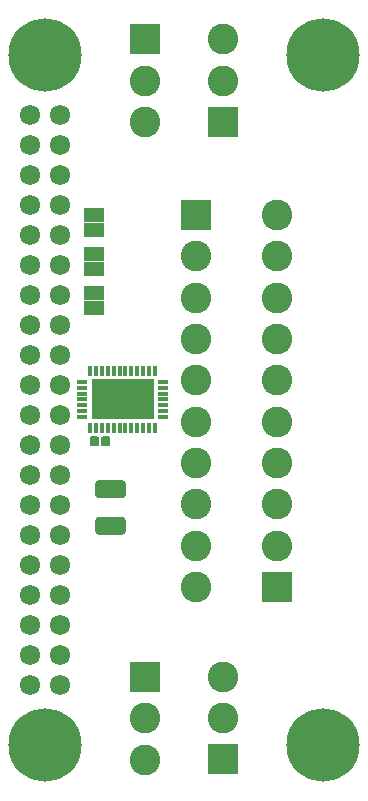
<source format=gbs>
G04 #@! TF.GenerationSoftware,KiCad,Pcbnew,(5.0.0)*
G04 #@! TF.CreationDate,2018-11-05T10:44:16+00:00*
G04 #@! TF.ProjectId,analog,616E616C6F672E6B696361645F706362,rev?*
G04 #@! TF.SameCoordinates,Original*
G04 #@! TF.FileFunction,Soldermask,Bot*
G04 #@! TF.FilePolarity,Negative*
%FSLAX46Y46*%
G04 Gerber Fmt 4.6, Leading zero omitted, Abs format (unit mm)*
G04 Created by KiCad (PCBNEW (5.0.0)) date 11/05/18 10:44:16*
%MOMM*%
%LPD*%
G01*
G04 APERTURE LIST*
%ADD10C,6.200000*%
%ADD11C,1.724000*%
%ADD12R,1.700000X1.200000*%
%ADD13C,0.100000*%
%ADD14C,1.525000*%
%ADD15C,2.600000*%
%ADD16R,2.600000X2.600000*%
%ADD17C,0.790000*%
%ADD18R,0.450000X0.900000*%
%ADD19R,0.900000X0.450000*%
%ADD20R,5.350000X3.350000*%
G04 APERTURE END LIST*
D10*
G04 #@! TO.C,U1*
X148665001Y-85800001D03*
X148665001Y-144220001D03*
X125170001Y-85800001D03*
X125170001Y-144220001D03*
D11*
X123900001Y-90880001D03*
X126440001Y-90880001D03*
X123900001Y-93420001D03*
X126440001Y-93420001D03*
X123900001Y-95960001D03*
X126440001Y-95960001D03*
X123900001Y-98500001D03*
X126440001Y-98500001D03*
X123900001Y-101040001D03*
X126440001Y-101040001D03*
X123900001Y-103580001D03*
X126440001Y-103580001D03*
X123900001Y-106120001D03*
X126440001Y-106120001D03*
X123900001Y-108660001D03*
X126440001Y-108660001D03*
X123900001Y-111200001D03*
X126440001Y-111200001D03*
X123900001Y-113740001D03*
X126440001Y-113740001D03*
X123900001Y-116280001D03*
X126440001Y-116280001D03*
X123900001Y-118820001D03*
X126440001Y-118820001D03*
X123900001Y-121360001D03*
X126440001Y-121360001D03*
X123900001Y-123900001D03*
X126440001Y-123900001D03*
X123900001Y-126440001D03*
X126440001Y-126440001D03*
X123900001Y-128980001D03*
X126440001Y-128980001D03*
X123900001Y-131520001D03*
X126440001Y-131520001D03*
X123900001Y-134060001D03*
X126440001Y-134060001D03*
X123900001Y-136600001D03*
X126440001Y-136600001D03*
X123900001Y-139140001D03*
X126440001Y-139140001D03*
G04 #@! TD*
D12*
G04 #@! TO.C,JP3*
X129286000Y-100614000D03*
X129286000Y-99314000D03*
G04 #@! TD*
D13*
G04 #@! TO.C,C2*
G36*
X131698468Y-124855386D02*
X131726399Y-124859529D01*
X131753790Y-124866390D01*
X131780376Y-124875903D01*
X131805902Y-124887975D01*
X131830122Y-124902492D01*
X131852802Y-124919313D01*
X131873724Y-124938276D01*
X131892687Y-124959198D01*
X131909508Y-124981878D01*
X131924025Y-125006098D01*
X131936097Y-125031624D01*
X131945610Y-125058210D01*
X131952471Y-125085601D01*
X131956614Y-125113532D01*
X131958000Y-125141735D01*
X131958000Y-126091265D01*
X131956614Y-126119468D01*
X131952471Y-126147399D01*
X131945610Y-126174790D01*
X131936097Y-126201376D01*
X131924025Y-126226902D01*
X131909508Y-126251122D01*
X131892687Y-126273802D01*
X131873724Y-126294724D01*
X131852802Y-126313687D01*
X131830122Y-126330508D01*
X131805902Y-126345025D01*
X131780376Y-126357097D01*
X131753790Y-126366610D01*
X131726399Y-126373471D01*
X131698468Y-126377614D01*
X131670265Y-126379000D01*
X129695735Y-126379000D01*
X129667532Y-126377614D01*
X129639601Y-126373471D01*
X129612210Y-126366610D01*
X129585624Y-126357097D01*
X129560098Y-126345025D01*
X129535878Y-126330508D01*
X129513198Y-126313687D01*
X129492276Y-126294724D01*
X129473313Y-126273802D01*
X129456492Y-126251122D01*
X129441975Y-126226902D01*
X129429903Y-126201376D01*
X129420390Y-126174790D01*
X129413529Y-126147399D01*
X129409386Y-126119468D01*
X129408000Y-126091265D01*
X129408000Y-125141735D01*
X129409386Y-125113532D01*
X129413529Y-125085601D01*
X129420390Y-125058210D01*
X129429903Y-125031624D01*
X129441975Y-125006098D01*
X129456492Y-124981878D01*
X129473313Y-124959198D01*
X129492276Y-124938276D01*
X129513198Y-124919313D01*
X129535878Y-124902492D01*
X129560098Y-124887975D01*
X129585624Y-124875903D01*
X129612210Y-124866390D01*
X129639601Y-124859529D01*
X129667532Y-124855386D01*
X129695735Y-124854000D01*
X131670265Y-124854000D01*
X131698468Y-124855386D01*
X131698468Y-124855386D01*
G37*
D14*
X130683000Y-125616500D03*
D13*
G36*
X131698468Y-121780386D02*
X131726399Y-121784529D01*
X131753790Y-121791390D01*
X131780376Y-121800903D01*
X131805902Y-121812975D01*
X131830122Y-121827492D01*
X131852802Y-121844313D01*
X131873724Y-121863276D01*
X131892687Y-121884198D01*
X131909508Y-121906878D01*
X131924025Y-121931098D01*
X131936097Y-121956624D01*
X131945610Y-121983210D01*
X131952471Y-122010601D01*
X131956614Y-122038532D01*
X131958000Y-122066735D01*
X131958000Y-123016265D01*
X131956614Y-123044468D01*
X131952471Y-123072399D01*
X131945610Y-123099790D01*
X131936097Y-123126376D01*
X131924025Y-123151902D01*
X131909508Y-123176122D01*
X131892687Y-123198802D01*
X131873724Y-123219724D01*
X131852802Y-123238687D01*
X131830122Y-123255508D01*
X131805902Y-123270025D01*
X131780376Y-123282097D01*
X131753790Y-123291610D01*
X131726399Y-123298471D01*
X131698468Y-123302614D01*
X131670265Y-123304000D01*
X129695735Y-123304000D01*
X129667532Y-123302614D01*
X129639601Y-123298471D01*
X129612210Y-123291610D01*
X129585624Y-123282097D01*
X129560098Y-123270025D01*
X129535878Y-123255508D01*
X129513198Y-123238687D01*
X129492276Y-123219724D01*
X129473313Y-123198802D01*
X129456492Y-123176122D01*
X129441975Y-123151902D01*
X129429903Y-123126376D01*
X129420390Y-123099790D01*
X129413529Y-123072399D01*
X129409386Y-123044468D01*
X129408000Y-123016265D01*
X129408000Y-122066735D01*
X129409386Y-122038532D01*
X129413529Y-122010601D01*
X129420390Y-121983210D01*
X129429903Y-121956624D01*
X129441975Y-121931098D01*
X129456492Y-121906878D01*
X129473313Y-121884198D01*
X129492276Y-121863276D01*
X129513198Y-121844313D01*
X129535878Y-121827492D01*
X129560098Y-121812975D01*
X129585624Y-121800903D01*
X129612210Y-121791390D01*
X129639601Y-121784529D01*
X129667532Y-121780386D01*
X129695735Y-121779000D01*
X131670265Y-121779000D01*
X131698468Y-121780386D01*
X131698468Y-121780386D01*
G37*
D14*
X130683000Y-122541500D03*
G04 #@! TD*
D15*
G04 #@! TO.C,J3*
X140208000Y-138415000D03*
X140208000Y-141915000D03*
D16*
X140208000Y-145415000D03*
G04 #@! TD*
G04 #@! TO.C,J4*
X133604000Y-138430000D03*
D15*
X133604000Y-141930000D03*
X133604000Y-145430000D03*
G04 #@! TD*
D16*
G04 #@! TO.C,J1*
X140208000Y-91440000D03*
D15*
X140208000Y-87940000D03*
X140208000Y-84440000D03*
G04 #@! TD*
D16*
G04 #@! TO.C,J2*
X144780000Y-130810000D03*
D15*
X144780000Y-127310000D03*
X144780000Y-123810000D03*
X144780000Y-120310000D03*
X144780000Y-116810000D03*
X144780000Y-113310000D03*
X144780000Y-109810000D03*
X144780000Y-106310000D03*
X144780000Y-102810000D03*
X144780000Y-99310000D03*
G04 #@! TD*
D13*
G04 #@! TO.C,C1*
G36*
X130495858Y-118071951D02*
X130515030Y-118074795D01*
X130533831Y-118079504D01*
X130552080Y-118086034D01*
X130569601Y-118094321D01*
X130586225Y-118104285D01*
X130601793Y-118115830D01*
X130616154Y-118128846D01*
X130629170Y-118143207D01*
X130640715Y-118158775D01*
X130650679Y-118175399D01*
X130658966Y-118192920D01*
X130665496Y-118211169D01*
X130670205Y-118229970D01*
X130673049Y-118249142D01*
X130674000Y-118268500D01*
X130674000Y-118713500D01*
X130673049Y-118732858D01*
X130670205Y-118752030D01*
X130665496Y-118770831D01*
X130658966Y-118789080D01*
X130650679Y-118806601D01*
X130640715Y-118823225D01*
X130629170Y-118838793D01*
X130616154Y-118853154D01*
X130601793Y-118866170D01*
X130586225Y-118877715D01*
X130569601Y-118887679D01*
X130552080Y-118895966D01*
X130533831Y-118902496D01*
X130515030Y-118907205D01*
X130495858Y-118910049D01*
X130476500Y-118911000D01*
X130081500Y-118911000D01*
X130062142Y-118910049D01*
X130042970Y-118907205D01*
X130024169Y-118902496D01*
X130005920Y-118895966D01*
X129988399Y-118887679D01*
X129971775Y-118877715D01*
X129956207Y-118866170D01*
X129941846Y-118853154D01*
X129928830Y-118838793D01*
X129917285Y-118823225D01*
X129907321Y-118806601D01*
X129899034Y-118789080D01*
X129892504Y-118770831D01*
X129887795Y-118752030D01*
X129884951Y-118732858D01*
X129884000Y-118713500D01*
X129884000Y-118268500D01*
X129884951Y-118249142D01*
X129887795Y-118229970D01*
X129892504Y-118211169D01*
X129899034Y-118192920D01*
X129907321Y-118175399D01*
X129917285Y-118158775D01*
X129928830Y-118143207D01*
X129941846Y-118128846D01*
X129956207Y-118115830D01*
X129971775Y-118104285D01*
X129988399Y-118094321D01*
X130005920Y-118086034D01*
X130024169Y-118079504D01*
X130042970Y-118074795D01*
X130062142Y-118071951D01*
X130081500Y-118071000D01*
X130476500Y-118071000D01*
X130495858Y-118071951D01*
X130495858Y-118071951D01*
G37*
D17*
X130279000Y-118491000D03*
D13*
G36*
X129525858Y-118071951D02*
X129545030Y-118074795D01*
X129563831Y-118079504D01*
X129582080Y-118086034D01*
X129599601Y-118094321D01*
X129616225Y-118104285D01*
X129631793Y-118115830D01*
X129646154Y-118128846D01*
X129659170Y-118143207D01*
X129670715Y-118158775D01*
X129680679Y-118175399D01*
X129688966Y-118192920D01*
X129695496Y-118211169D01*
X129700205Y-118229970D01*
X129703049Y-118249142D01*
X129704000Y-118268500D01*
X129704000Y-118713500D01*
X129703049Y-118732858D01*
X129700205Y-118752030D01*
X129695496Y-118770831D01*
X129688966Y-118789080D01*
X129680679Y-118806601D01*
X129670715Y-118823225D01*
X129659170Y-118838793D01*
X129646154Y-118853154D01*
X129631793Y-118866170D01*
X129616225Y-118877715D01*
X129599601Y-118887679D01*
X129582080Y-118895966D01*
X129563831Y-118902496D01*
X129545030Y-118907205D01*
X129525858Y-118910049D01*
X129506500Y-118911000D01*
X129111500Y-118911000D01*
X129092142Y-118910049D01*
X129072970Y-118907205D01*
X129054169Y-118902496D01*
X129035920Y-118895966D01*
X129018399Y-118887679D01*
X129001775Y-118877715D01*
X128986207Y-118866170D01*
X128971846Y-118853154D01*
X128958830Y-118838793D01*
X128947285Y-118823225D01*
X128937321Y-118806601D01*
X128929034Y-118789080D01*
X128922504Y-118770831D01*
X128917795Y-118752030D01*
X128914951Y-118732858D01*
X128914000Y-118713500D01*
X128914000Y-118268500D01*
X128914951Y-118249142D01*
X128917795Y-118229970D01*
X128922504Y-118211169D01*
X128929034Y-118192920D01*
X128937321Y-118175399D01*
X128947285Y-118158775D01*
X128958830Y-118143207D01*
X128971846Y-118128846D01*
X128986207Y-118115830D01*
X129001775Y-118104285D01*
X129018399Y-118094321D01*
X129035920Y-118086034D01*
X129054169Y-118079504D01*
X129072970Y-118074795D01*
X129092142Y-118071951D01*
X129111500Y-118071000D01*
X129506500Y-118071000D01*
X129525858Y-118071951D01*
X129525858Y-118071951D01*
G37*
D17*
X129309000Y-118491000D03*
G04 #@! TD*
D16*
G04 #@! TO.C,J5*
X137922000Y-99314000D03*
D15*
X137922000Y-102814000D03*
X137922000Y-106314000D03*
X137922000Y-109814000D03*
X137922000Y-113314000D03*
X137922000Y-116814000D03*
X137922000Y-120314000D03*
X137922000Y-123814000D03*
X137922000Y-127314000D03*
X137922000Y-130814000D03*
G04 #@! TD*
G04 #@! TO.C,J6*
X133604000Y-91455000D03*
X133604000Y-87955000D03*
D16*
X133604000Y-84455000D03*
G04 #@! TD*
D12*
G04 #@! TO.C,JP1*
X129286000Y-107218000D03*
X129286000Y-105918000D03*
G04 #@! TD*
G04 #@! TO.C,JP2*
X129286000Y-102586000D03*
X129286000Y-103886000D03*
G04 #@! TD*
D18*
G04 #@! TO.C,U2*
X128949000Y-112535000D03*
X129449000Y-112535000D03*
X129949000Y-112535000D03*
X130449000Y-112535000D03*
X130949000Y-112535000D03*
X131449000Y-112535000D03*
X131949000Y-112535000D03*
X132449000Y-112535000D03*
X132949000Y-112535000D03*
X133449000Y-112535000D03*
X133949000Y-112535000D03*
X134449000Y-112535000D03*
D19*
X135099000Y-113435000D03*
X135099000Y-113935000D03*
X135099000Y-114435000D03*
X135099000Y-114935000D03*
X135099000Y-115435000D03*
X135099000Y-115935000D03*
X135099000Y-116435000D03*
D18*
X134449000Y-117335000D03*
X133949000Y-117335000D03*
X133449000Y-117335000D03*
X132949000Y-117335000D03*
X132449000Y-117335000D03*
X131949000Y-117335000D03*
X131449000Y-117335000D03*
X130949000Y-117335000D03*
X130449000Y-117335000D03*
X129949000Y-117335000D03*
X129449000Y-117335000D03*
X128949000Y-117335000D03*
D19*
X128299000Y-116435000D03*
X128299000Y-115935000D03*
X128299000Y-115435000D03*
X128299000Y-114935000D03*
X128299000Y-114435000D03*
X128299000Y-113935000D03*
X128299000Y-113435000D03*
D20*
X131699000Y-114935000D03*
G04 #@! TD*
M02*

</source>
